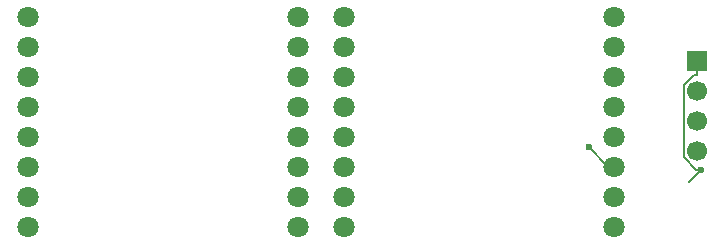
<source format=gbr>
%TF.GenerationSoftware,KiCad,Pcbnew,9.0.2*%
%TF.CreationDate,2025-06-27T22:36:13+12:00*%
%TF.ProjectId,cardReader,63617264-5265-4616-9465-722e6b696361,rev?*%
%TF.SameCoordinates,Original*%
%TF.FileFunction,Copper,L2,Bot*%
%TF.FilePolarity,Positive*%
%FSLAX46Y46*%
G04 Gerber Fmt 4.6, Leading zero omitted, Abs format (unit mm)*
G04 Created by KiCad (PCBNEW 9.0.2) date 2025-06-27 22:36:13*
%MOMM*%
%LPD*%
G01*
G04 APERTURE LIST*
%TA.AperFunction,ComponentPad*%
%ADD10R,1.700000X1.700000*%
%TD*%
%TA.AperFunction,ComponentPad*%
%ADD11C,1.700000*%
%TD*%
%TA.AperFunction,ComponentPad*%
%ADD12C,1.800000*%
%TD*%
%TA.AperFunction,ViaPad*%
%ADD13C,0.600000*%
%TD*%
%TA.AperFunction,Conductor*%
%ADD14C,0.200000*%
%TD*%
G04 APERTURE END LIST*
D10*
%TO.P,PN532,1,Pin_1*%
%TO.N,Net-(J1-Pin_1)*%
X125000000Y-59500000D03*
D11*
%TO.P,PN532,2,Pin_2*%
%TO.N,Net-(J1-Pin_2)*%
X125000000Y-62040000D03*
%TO.P,PN532,3,Pin_3*%
%TO.N,Net-(J1-Pin_3)*%
X125000000Y-64580000D03*
%TO.P,PN532,4,Pin_4*%
%TO.N,Net-(J1-Pin_4)*%
X125000000Y-67120000D03*
%TD*%
D12*
%TO.P,U2,1,5V*%
%TO.N,Net-(J1-Pin_2)*%
X95140000Y-73500000D03*
%TO.P,U2,2,GND*%
%TO.N,Net-(J1-Pin_1)*%
X95140000Y-70960000D03*
%TO.P,U2,3,D4*%
%TO.N,unconnected-(U2-D4-Pad3)*%
X95140000Y-68420000D03*
%TO.P,U2,4,D3*%
%TO.N,unconnected-(U2-D3-Pad4)*%
X95140000Y-65880000D03*
%TO.P,U2,5,D2*%
%TO.N,Net-(J1-Pin_3)*%
X95140000Y-63340000D03*
%TO.P,U2,6,D1*%
%TO.N,Net-(J1-Pin_4)*%
X95140000Y-60800000D03*
%TO.P,U2,7,Rx*%
%TO.N,unconnected-(U2-Rx-Pad7)*%
X95140000Y-58260000D03*
%TO.P,U2,8,Tx*%
%TO.N,unconnected-(U2-Tx-Pad8)*%
X95140000Y-55720000D03*
%TO.P,U2,9,Rst*%
%TO.N,unconnected-(U2-Rst-Pad9)*%
X118000000Y-55720000D03*
%TO.P,U2,10,A0*%
%TO.N,unconnected-(U2-A0-Pad10)*%
X118000000Y-58260000D03*
%TO.P,U2,11,D0*%
%TO.N,unconnected-(U2-D0-Pad11)*%
X118000000Y-60800000D03*
%TO.P,U2,12,D5*%
%TO.N,unconnected-(U2-D5-Pad12)*%
X118000000Y-63340000D03*
%TO.P,U2,13,D6*%
%TO.N,Net-(U1-D7)*%
X118000000Y-65880000D03*
%TO.P,U2,14,D7*%
%TO.N,Net-(U1-D6)*%
X118000000Y-68420000D03*
%TO.P,U2,15,D8*%
%TO.N,unconnected-(U2-D8-Pad15)*%
X118000000Y-70960000D03*
%TO.P,U2,16,3.3V*%
%TO.N,unconnected-(U2-3.3V-Pad16)*%
X118000000Y-73500000D03*
%TD*%
%TO.P,U1,1,5V*%
%TO.N,Net-(J1-Pin_2)*%
X68333800Y-73500000D03*
%TO.P,U1,2,GND*%
%TO.N,Net-(J1-Pin_1)*%
X68333800Y-70960000D03*
%TO.P,U1,3,D4*%
%TO.N,unconnected-(U1-D4-Pad3)*%
X68333800Y-68420000D03*
%TO.P,U1,4,D3*%
%TO.N,unconnected-(U1-D3-Pad4)*%
X68333800Y-65880000D03*
%TO.P,U1,5,D2*%
%TO.N,unconnected-(U1-D2-Pad5)*%
X68333800Y-63340000D03*
%TO.P,U1,6,D1*%
%TO.N,unconnected-(U1-D1-Pad6)*%
X68333800Y-60800000D03*
%TO.P,U1,7,Rx*%
%TO.N,unconnected-(U1-Rx-Pad7)*%
X68333800Y-58260000D03*
%TO.P,U1,8,Tx*%
%TO.N,unconnected-(U1-Tx-Pad8)*%
X68333800Y-55720000D03*
%TO.P,U1,9,Rst*%
%TO.N,unconnected-(U1-Rst-Pad9)*%
X91193800Y-55720000D03*
%TO.P,U1,10,A0*%
%TO.N,unconnected-(U1-A0-Pad10)*%
X91193800Y-58260000D03*
%TO.P,U1,11,D0*%
%TO.N,unconnected-(U1-D0-Pad11)*%
X91193800Y-60800000D03*
%TO.P,U1,12,D5*%
%TO.N,unconnected-(U1-D5-Pad12)*%
X91193800Y-63340000D03*
%TO.P,U1,13,D6*%
%TO.N,Net-(U1-D6)*%
X91193800Y-65880000D03*
%TO.P,U1,14,D7*%
%TO.N,Net-(U1-D7)*%
X91193800Y-68420000D03*
%TO.P,U1,15,D8*%
%TO.N,unconnected-(U1-D8-Pad15)*%
X91193800Y-70960000D03*
%TO.P,U1,16,3.3V*%
%TO.N,unconnected-(U1-3.3V-Pad16)*%
X91193800Y-73500000D03*
%TD*%
D13*
%TO.N,Net-(U1-D6)*%
X115823000Y-66774800D03*
%TO.N,Net-(J1-Pin_1)*%
X125334000Y-68706300D03*
%TD*%
D14*
%TO.N,Net-(U1-D6)*%
X117468200Y-68420000D02*
X115823000Y-66774800D01*
X115823000Y-66774800D02*
X115728000Y-66679800D01*
X118000000Y-68420000D02*
X117468200Y-68420000D01*
X115728000Y-66679800D02*
X115823000Y-66774800D01*
%TO.N,Net-(J1-Pin_1)*%
X125000000Y-60651700D02*
X124712000Y-60651700D01*
X124712000Y-60651700D02*
X123848300Y-61515400D01*
X125000000Y-59500000D02*
X125000000Y-60651700D01*
X123848300Y-67625400D02*
X124929200Y-68706300D01*
X124350300Y-69690000D02*
X125334000Y-68706300D01*
X125334000Y-68706300D02*
X124350300Y-69690000D01*
X123848300Y-61515400D02*
X123848300Y-67625400D01*
X124929200Y-68706300D02*
X125334000Y-68706300D01*
%TD*%
M02*

</source>
